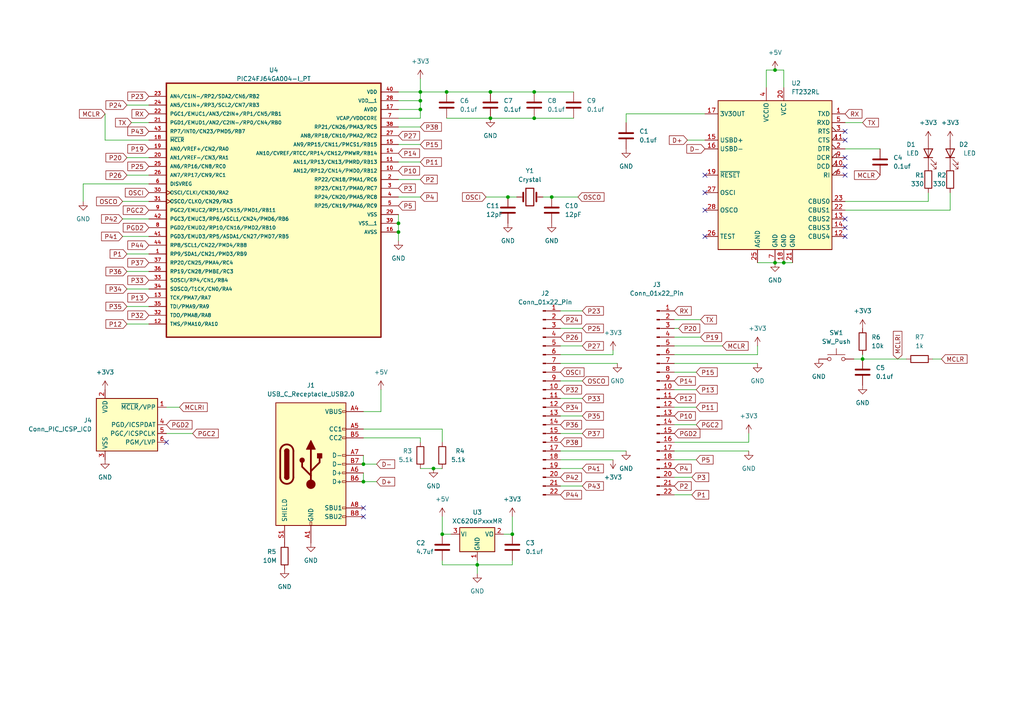
<source format=kicad_sch>
(kicad_sch (version 20230121) (generator eeschema)
  (paper "A4")
  (lib_symbols
    (symbol "Connector:Conn_01x22_Pin" (pin_names (offset 1.016) hide)
      (property "Reference" "J" (at 0 27.94 0))
      (property "Value" "Conn_01x22_Pin" (at 0 -30.48 0))
      (symbol "Conn_01x22_Pin_1_1"
        (polyline (pts (xy 1.27 -27.94) (xy 0.8636 -27.94)) (stroke (width 0.1524)))
        (polyline (pts (xy 1.27 -25.4) (xy 0.8636 -25.4)) (stroke (width 0.1524)))
        (polyline (pts (xy 1.27 -22.86) (xy 0.8636 -22.86)) (stroke (width 0.1524)))
        (polyline (pts (xy 1.27 -20.32) (xy 0.8636 -20.32)) (stroke (width 0.1524)))
        (polyline (pts (xy 1.27 -17.78) (xy 0.8636 -17.78)) (stroke (width 0.1524)))
        (polyline (pts (xy 1.27 -15.24) (xy 0.8636 -15.24)) (stroke (width 0.1524)))
        (polyline (pts (xy 1.27 -12.7) (xy 0.8636 -12.7)) (stroke (width 0.1524)))
        (polyline (pts (xy 1.27 -10.16) (xy 0.8636 -10.16)) (stroke (width 0.1524)))
        (polyline (pts (xy 1.27 -7.62) (xy 0.8636 -7.62)) (stroke (width 0.1524)))
        (polyline (pts (xy 1.27 -5.08) (xy 0.8636 -5.08)) (stroke (width 0.1524)))
        (polyline (pts (xy 1.27 -2.54) (xy 0.8636 -2.54)) (stroke (width 0.1524)))
        (polyline (pts (xy 1.27 0) (xy 0.8636 0)) (stroke (width 0.1524)))
        (polyline (pts (xy 1.27 2.54) (xy 0.8636 2.54)) (stroke (width 0.1524)))
        (polyline (pts (xy 1.27 5.08) (xy 0.8636 5.08)) (stroke (width 0.1524)))
        (polyline (pts (xy 1.27 7.62) (xy 0.8636 7.62)) (stroke (width 0.1524)))
        (polyline (pts (xy 1.27 10.16) (xy 0.8636 10.16)) (stroke (width 0.1524)))
        (polyline (pts (xy 1.27 12.7) (xy 0.8636 12.7)) (stroke (width 0.1524)))
        (polyline (pts (xy 1.27 15.24) (xy 0.8636 15.24)) (stroke (width 0.1524)))
        (polyline (pts (xy 1.27 17.78) (xy 0.8636 17.78)) (stroke (width 0.1524)))
        (polyline (pts (xy 1.27 20.32) (xy 0.8636 20.32)) (stroke (width 0.1524)))
        (polyline (pts (xy 1.27 22.86) (xy 0.8636 22.86)) (stroke (width 0.1524)))
        (polyline (pts (xy 1.27 25.4) (xy 0.8636 25.4)) (stroke (width 0.1524)))
        (rectangle (start 0.8636 -27.813) (end 0 -28.067) (stroke (width 0.1524)) (fill (type outline)))
        (rectangle (start 0.8636 -25.273) (end 0 -25.527) (stroke (width 0.1524)) (fill (type outline)))
        (rectangle (start 0.8636 -22.733) (end 0 -22.987) (stroke (width 0.1524)) (fill (type outline)))
        (rectangle (start 0.8636 -20.193) (end 0 -20.447) (stroke (width 0.1524)) (fill (type outline)))
        (rectangle (start 0.8636 -17.653) (end 0 -17.907) (stroke (width 0.1524)) (fill (type outline)))
        (rectangle (start 0.8636 -15.113) (end 0 -15.367) (stroke (width 0.1524)) (fill (type outline)))
        (rectangle (start 0.8636 -12.573) (end 0 -12.827) (stroke (width 0.1524)) (fill (type outline)))
        (rectangle (start 0.8636 -10.033) (end 0 -10.287) (stroke (width 0.1524)) (fill (type outline)))
        (rectangle (start 0.8636 -7.493) (end 0 -7.747) (stroke (width 0.1524)) (fill (type outline)))
        (rectangle (start 0.8636 -4.953) (end 0 -5.207) (stroke (width 0.1524)) (fill (type outline)))
        (rectangle (start 0.8636 -2.413) (end 0 -2.667) (stroke (width 0.1524)) (fill (type outline)))
        (rectangle (start 0.8636 0.127) (end 0 -0.127) (stroke (width 0.1524)) (fill (type outline)))
        (rectangle (start 0.8636 2.667) (end 0 2.413) (stroke (width 0.1524)) (fill (type outline)))
        (rectangle (start 0.8636 5.207) (end 0 4.953) (stroke (width 0.1524)) (fill (type outline)))
        (rectangle (start 0.8636 7.747) (end 0 7.493) (stroke (width 0.1524)) (fill (type outline)))
        (rectangle (start 0.8636 10.287) (end 0 10.033) (stroke (width 0.1524)) (fill (type outline)))
        (rectangle (start 0.8636 12.827) (end 0 12.573) (stroke (width 0.1524)) (fill (type outline)))
        (rectangle (start 0.8636 15.367) (end 0 15.113) (stroke (width 0.1524)) (fill (type outline)))
        (rectangle (start 0.8636 17.907) (end 0 17.653) (stroke (width 0.1524)) (fill (type outline)))
        (rectangle (start 0.8636 20.447) (end 0 20.193) (stroke (width 0.1524)) (fill (type outline)))
        (rectangle (start 0.8636 22.987) (end 0 22.733) (stroke (width 0.1524)) (fill (type outline)))
        (rectangle (start 0.8636 25.527) (end 0 25.273) (stroke (width 0.1524)) (fill (type outline)))
        (pin passive line (at 5.08 25.4 180) (length 3.81) (name "Pin_1") (number "1"))
        (pin passive line (at 5.08 2.54 180) (length 3.81) (name "Pin_10") (number "10"))
        (pin passive line (at 5.08 0 180) (length 3.81) (name "Pin_11") (number "11"))
        (pin passive line (at 5.08 -2.54 180) (length 3.81) (name "Pin_12") (number "12"))
        (pin passive line (at 5.08 -5.08 180) (length 3.81) (name "Pin_13") (number "13"))
        (pin passive line (at 5.08 -7.62 180) (length 3.81) (name "Pin_14") (number "14"))
        (pin passive line (at 5.08 -10.16 180) (length 3.81) (name "Pin_15") (number "15"))
        (pin passive line (at 5.08 -12.7 180) (length 3.81) (name "Pin_16") (number "16"))
        (pin passive line (at 5.08 -15.24 180) (length 3.81) (name "Pin_17") (number "17"))
        (pin passive line (at 5.08 -17.78 180) (length 3.81) (name "Pin_18") (number "18"))
        (pin passive line (at 5.08 -20.32 180) (length 3.81) (name "Pin_19") (number "19"))
        (pin passive line (at 5.08 22.86 180) (length 3.81) (name "Pin_2") (number "2"))
        (pin passive line (at 5.08 -22.86 180) (length 3.81) (name "Pin_20") (number "20"))
        (pin passive line (at 5.08 -25.4 180) (length 3.81) (name "Pin_21") (number "21"))
        (pin passive line (at 5.08 -27.94 180) (length 3.81) (name "Pin_22") (number "22"))
        (pin passive line (at 5.08 20.32 180) (length 3.81) (name "Pin_3") (number "3"))
        (pin passive line (at 5.08 17.78 180) (length 3.81) (name "Pin_4") (number "4"))
        (pin passive line (at 5.08 15.24 180) (length 3.81) (name "Pin_5") (number "5"))
        (pin passive line (at 5.08 12.7 180) (length 3.81) (name "Pin_6") (number "6"))
        (pin passive line (at 5.08 10.16 180) (length 3.81) (name "Pin_7") (number "7"))
        (pin passive line (at 5.08 7.62 180) (length 3.81) (name "Pin_8") (number "8"))
        (pin passive line (at 5.08 5.08 180) (length 3.81) (name "Pin_9") (number "9"))
      )
    )
    (symbol "Connector:Conn_PIC_ICSP_ICD"
      (property "Reference" "J" (at 6.35 8.89 0))
      (property "Value" "Conn_PIC_ICSP_ICD" (at -8.89 -1.27 90))
      (symbol "Conn_PIC_ICSP_ICD_0_1"
        (rectangle (start -7.62 7.62) (end 10.16 -7.62) (stroke (width 0.254)) (fill (type background)))
      )
      (symbol "Conn_PIC_ICSP_ICD_1_1"
        (pin passive line (at 12.7 5.08 180) (length 2.54) (name "~{MCLR}/VPP") (number "1"))
        (pin passive line (at -5.08 10.16 270) (length 2.54) (name "VDD") (number "2"))
        (pin power_in line (at -5.08 -10.16 90) (length 2.54) (name "VSS") (number "3"))
        (pin bidirectional line (at 12.7 0 180) (length 2.54) (name "PGD/ICSPDAT") (number "4"))
        (pin output line (at 12.7 -2.54 180) (length 2.54) (name "PGC/ICSPCLK") (number "5"))
        (pin output line (at 12.7 -5.08 180) (length 2.54) (name "PGM/LVP") (number "6"))
      )
    )
    (symbol "Connector:USB_C_Receptacle_USB2.0" (pin_names (offset 1.016))
      (property "Reference" "J" (at -10.16 19.05 0))
      (property "Value" "USB_C_Receptacle_USB2.0" (at 19.05 19.05 0))
      (symbol "USB_C_Receptacle_USB2.0_0_0"
        (rectangle (start -0.254 -17.78) (end 0.254 -16.764))
        (rectangle (start 10.16 -14.986) (end 9.144 -15.494))
        (rectangle (start 10.16 -12.446) (end 9.144 -12.954))
        (rectangle (start 10.16 -4.826) (end 9.144 -5.334))
        (rectangle (start 10.16 -2.286) (end 9.144 -2.794))
        (rectangle (start 10.16 0.254) (end 9.144 -0.254))
        (rectangle (start 10.16 2.794) (end 9.144 2.286))
        (rectangle (start 10.16 7.874) (end 9.144 7.366))
        (rectangle (start 10.16 10.414) (end 9.144 9.906))
        (rectangle (start 10.16 15.494) (end 9.144 14.986))
      )
      (symbol "USB_C_Receptacle_USB2.0_0_1"
        (rectangle (start -10.16 17.78) (end 10.16 -17.78) (stroke (width 0.254)) (fill (type background)))
        (arc (start -8.89 -3.81) (mid -6.985 -5.7067) (end -5.08 -3.81) (stroke (width 0.508)))
        (arc (start -7.62 -3.81) (mid -6.985 -4.4423) (end -6.35 -3.81) (stroke (width 0.254)))
        (arc (start -7.62 -3.81) (mid -6.985 -4.4423) (end -6.35 -3.81) (stroke (width 0.254)) (fill (type outline)))
        (rectangle (start -7.62 -3.81) (end -6.35 3.81) (stroke (width 0.254)) (fill (type outline)))
        (arc (start -6.35 3.81) (mid -6.985 4.4423) (end -7.62 3.81) (stroke (width 0.254)))
        (arc (start -6.35 3.81) (mid -6.985 4.4423) (end -7.62 3.81) (stroke (width 0.254)) (fill (type outline)))
        (arc (start -5.08 3.81) (mid -6.985 5.7067) (end -8.89 3.81) (stroke (width 0.508)))
        (circle (center -2.54 1.143) (radius 0.635) (stroke (width 0.254)) (fill (type outline)))
        (circle (center 0 -5.842) (radius 1.27) (fill (type outline)))
        (polyline (pts (xy -8.89 -3.81) (xy -8.89 3.81)) (stroke (width 0.508)))
        (polyline (pts (xy -5.08 3.81) (xy -5.08 -3.81)) (stroke (width 0.508)))
        (polyline (pts (xy 0 -5.842) (xy 0 4.318)) (stroke (width 0.508)))
        (polyline (pts (xy 0 -3.302) (xy -2.54 -0.762) (xy -2.54 0.508)) (stroke (width 0.508)))
        (polyline (pts (xy 0 -2.032) (xy 2.54 0.508) (xy 2.54 1.778)) (stroke (width 0.508)))
        (polyline (pts (xy -1.27 4.318) (xy 0 6.858) (xy 1.27 4.318) (xy -1.27 4.318)) (stroke (width 0.254)) (fill (type outline)))
        (rectangle (start 1.905 1.778) (end 3.175 3.048) (stroke (width 0.254)) (fill (type outline)))
      )
      (symbol "USB_C_Receptacle_USB2.0_1_1"
        (pin passive line (at 0 -22.86 90) (length 5.08) (name "GND") (number "A1"))
        (pin passive line (at 0 -22.86 90) (length 5.08) hide (name "GND") (number "A12"))
        (pin passive line (at 15.24 15.24 180) (length 5.08) (name "VBUS") (number "A4"))
        (pin bidirectional line (at 15.24 10.16 180) (length 5.08) (name "CC1") (number "A5"))
        (pin bidirectional line (at 15.24 -2.54 180) (length 5.08) (name "D+") (number "A6"))
        (pin bidirectional line (at 15.24 2.54 180) (length 5.08) (name "D-") (number "A7"))
        (pin bidirectional line (at 15.24 -12.7 180) (length 5.08) (name "SBU1") (number "A8"))
        (pin passive line (at 15.24 15.24 180) (length 5.08) hide (name "VBUS") (number "A9"))
        (pin passive line (at 0 -22.86 90) (length 5.08) hide (name "GND") (number "B1"))
        (pin passive line (at 0 -22.86 90) (length 5.08) hide (name "GND") (number "B12"))
        (pin passive line (at 15.24 15.24 180) (length 5.08) hide (name "VBUS") (number "B4"))
        (pin bidirectional line (at 15.24 7.62 180) (length 5.08) (name "CC2") (number "B5"))
        (pin bidirectional line (at 15.24 -5.08 180) (length 5.08) (name "D+") (number "B6"))
        (pin bidirectional line (at 15.24 0 180) (length 5.08) (name "D-") (number "B7"))
        (pin bidirectional line (at 15.24 -15.24 180) (length 5.08) (name "SBU2") (number "B8"))
        (pin passive line (at 15.24 15.24 180) (length 5.08) hide (name "VBUS") (number "B9"))
        (pin passive line (at -7.62 -22.86 90) (length 5.08) (name "SHIELD") (number "S1"))
      )
    )
    (symbol "Device:C" (pin_numbers hide) (pin_names (offset 0.254))
      (property "Reference" "C" (at 0.635 2.54 0))
      (property "Value" "C" (at 0.635 -2.54 0))
      (symbol "C_0_1"
        (polyline (pts (xy -2.032 -0.762) (xy 2.032 -0.762)) (stroke (width 0.508)))
        (polyline (pts (xy -2.032 0.762) (xy 2.032 0.762)) (stroke (width 0.508)))
      )
      (symbol "C_1_1"
        (pin passive line (at 0 3.81 270) (length 2.794) (name "~") (number "1"))
        (pin passive line (at 0 -3.81 90) (length 2.794) (name "~") (number "2"))
      )
    )
    (symbol "Device:Crystal" (pin_numbers hide) (pin_names (offset 1.016) hide)
      (property "Reference" "Y" (at 0 3.81 0))
      (property "Value" "Crystal" (at 0 -3.81 0))
      (symbol "Crystal_0_1"
        (rectangle (start -1.143 2.54) (end 1.143 -2.54) (stroke (width 0.3048)))
        (polyline (pts (xy -2.54 0) (xy -1.905 0)))
        (polyline (pts (xy -1.905 -1.27) (xy -1.905 1.27)) (stroke (width 0.508)))
        (polyline (pts (xy 1.905 -1.27) (xy 1.905 1.27)) (stroke (width 0.508)))
        (polyline (pts (xy 2.54 0) (xy 1.905 0)))
      )
      (symbol "Crystal_1_1"
        (pin passive line (at -3.81 0 0) (length 1.27) (name "1") (number "1"))
        (pin passive line (at 3.81 0 180) (length 1.27) (name "2") (number "2"))
      )
    )
    (symbol "Device:LED" (pin_numbers hide) (pin_names (offset 1.016) hide)
      (property "Reference" "D" (at 0 2.54 0))
      (property "Value" "LED" (at 0 -2.54 0))
      (symbol "LED_0_1"
        (polyline (pts (xy -1.27 -1.27) (xy -1.27 1.27)) (stroke (width 0.254)))
        (polyline (pts (xy -1.27 0) (xy 1.27 0)))
        (polyline (pts (xy 1.27 -1.27) (xy 1.27 1.27) (xy -1.27 0) (xy 1.27 -1.27)) (stroke (width 0.254)))
        (polyline (pts (xy -3.048 -0.762) (xy -4.572 -2.286) (xy -3.81 -2.286) (xy -4.572 -2.286) (xy -4.572 -1.524)))
        (polyline (pts (xy -1.778 -0.762) (xy -3.302 -2.286) (xy -2.54 -2.286) (xy -3.302 -2.286) (xy -3.302 -1.524)))
      )
      (symbol "LED_1_1"
        (pin passive line (at -3.81 0 0) (length 2.54) (name "K") (number "1"))
        (pin passive line (at 3.81 0 180) (length 2.54) (name "A") (number "2"))
      )
    )
    (symbol "Device:R" (pin_numbers hide) (pin_names (offset 0))
      (property "Reference" "R" (at 2.032 0 90))
      (property "Value" "R" (at 0 0 90))
      (symbol "R_0_1"
        (rectangle (start -1.016 -2.54) (end 1.016 2.54) (stroke (width 0.254)))
      )
      (symbol "R_1_1"
        (pin passive line (at 0 3.81 270) (length 1.27) (name "~") (number "1"))
        (pin passive line (at 0 -3.81 90) (length 1.27) (name "~") (number "2"))
      )
    )
    (symbol "Interface_USB:FT232RL"
      (property "Reference" "U" (at -16.51 22.86 0))
      (property "Value" "FT232RL" (at 10.16 22.86 0))
      (symbol "FT232RL_0_1"
        (rectangle (start -16.51 21.59) (end 16.51 -21.59) (stroke (width 0.254)) (fill (type background)))
      )
      (symbol "FT232RL_1_1"
        (pin output line (at 20.32 17.78 180) (length 3.81) (name "TXD") (number "1"))
        (pin input input_low (at 20.32 2.54 180) (length 3.81) (name "DCD") (number "10"))
        (pin input input_low (at 20.32 10.16 180) (length 3.81) (name "CTS") (number "11"))
        (pin bidirectional line (at 20.32 -17.78 180) (length 3.81) (name "CBUS4") (number "12"))
        (pin bidirectional line (at 20.32 -12.7 180) (length 3.81) (name "CBUS2") (number "13"))
        (pin bidirectional line (at 20.32 -15.24 180) (length 3.81) (name "CBUS3") (number "14"))
        (pin bidirectional line (at -20.32 10.16 0) (length 3.81) (name "USBD+") (number "15"))
        (pin bidirectional line (at -20.32 7.62 0) (length 3.81) (name "USBD-") (number "16"))
        (pin power_out line (at -20.32 17.78 0) (length 3.81) (name "3V3OUT") (number "17"))
        (pin power_in line (at 2.54 -25.4 90) (length 3.81) (name "GND") (number "18"))
        (pin input line (at -20.32 0 0) (length 3.81) (name "~{RESET}") (number "19"))
        (pin output output_low (at 20.32 7.62 180) (length 3.81) (name "DTR") (number "2"))
        (pin power_in line (at 2.54 25.4 270) (length 3.81) (name "VCC") (number "20"))
        (pin power_in line (at 5.08 -25.4 90) (length 3.81) (name "GND") (number "21"))
        (pin bidirectional line (at 20.32 -10.16 180) (length 3.81) (name "CBUS1") (number "22"))
        (pin bidirectional line (at 20.32 -7.62 180) (length 3.81) (name "CBUS0") (number "23"))
        (pin power_in line (at -5.08 -25.4 90) (length 3.81) (name "AGND") (number "25"))
        (pin input line (at -20.32 -17.78 0) (length 3.81) (name "TEST") (number "26"))
        (pin input line (at -20.32 -5.08 0) (length 3.81) (name "OSCI") (number "27"))
        (pin output line (at -20.32 -10.16 0) (length 3.81) (name "OSCO") (number "28"))
        (pin output output_low (at 20.32 12.7 180) (length 3.81) (name "RTS") (number "3"))
        (pin power_in line (at -2.54 25.4 270) (length 3.81) (name "VCCIO") (number "4"))
        (pin input line (at 20.32 15.24 180) (length 3.81) (name "RXD") (number "5"))
        (pin input input_low (at 20.32 0 180) (length 3.81) (name "RI") (number "6"))
        (pin power_in line (at 0 -25.4 90) (length 3.81) (name "GND") (number "7"))
        (pin input input_low (at 20.32 5.08 180) (length 3.81) (name "DCR") (number "9"))
      )
    )
    (symbol "PIC24FJ64GA004-I_PT_1" (pin_names (offset 1.016))
      (property "Reference" "U" (at -11.43 75.93 0))
      (property "Value" "PIC24FJ64GA004-I_PT" (at 8.89 -10.16 0))
      (symbol "PIC24FJ64GA004-I_PT_1_0_0"
        (rectangle (start -11.43 66.04) (end 50.8 -7.62) (stroke (width 0.41)) (fill (type background)))
        (pin bidirectional line (at -16.51 16.51 0) (length 5.08) (name "RP9/SDA1/CN21/PMD3/RB9") (number "1"))
        (pin bidirectional line (at 55.88 40.64 180) (length 5.08) (name "AN12/RP12/CN14/PMD0/RB12") (number "10"))
        (pin bidirectional line (at 55.88 43.18 180) (length 5.08) (name "AN11/RP13/CN13/PMRD/RB13") (number "11"))
        (pin bidirectional line (at -16.51 -3.81 0) (length 5.08) (name "TMS/PMA10/RA10") (number "12"))
        (pin bidirectional line (at -16.51 3.81 0) (length 5.08) (name "TCK/PMA7/RA7") (number "13"))
        (pin bidirectional line (at 55.88 45.72 180) (length 5.08) (name "AN10/CVREF/RTCC/RP14/CN12/PMWR/RB14") (number "14"))
        (pin bidirectional line (at 55.88 48.26 180) (length 5.08) (name "AN9/RP15/CN11/PMCS1/RB15") (number "15"))
        (pin power_in line (at 55.88 22.86 180) (length 5.08) (name "AVSS") (number "16"))
        (pin power_in line (at 55.88 58.42 180) (length 5.08) (name "AVDD") (number "17"))
        (pin bidirectional line (at -16.51 49.53 0) (length 5.08) (name "~{MCLR}") (number "18"))
        (pin bidirectional line (at -16.51 46.99 0) (length 5.08) (name "AN0/VREF+/CN2/RA0") (number "19"))
        (pin bidirectional line (at 55.88 38.1 180) (length 5.08) (name "RP22/CN18/PMA1/RC6") (number "2"))
        (pin bidirectional line (at -16.51 44.45 0) (length 5.08) (name "AN1/VREF-/CN3/RA1") (number "20"))
        (pin input line (at -16.51 54.61 0) (length 5.08) (name "PGD1/EMUD1/AN2/C2IN-/RP0/CN4/RB0") (number "21"))
        (pin input line (at -16.51 57.15 0) (length 5.08) (name "PGC1/EMUC1/AN3/C2IN+/RP1/CN5/RB1") (number "22"))
        (pin input line (at -16.51 62.23 0) (length 5.08) (name "AN4/C1IN-/RP2/SDA2/CN6/RB2") (number "23"))
        (pin input line (at -16.51 59.69 0) (length 5.08) (name "AN5/C1IN+/RP3/SCL2/CN7/RB3") (number "24"))
        (pin bidirectional line (at -16.51 41.91 0) (length 5.08) (name "AN6/RP16/CN8/RC0") (number "25"))
        (pin bidirectional line (at -16.51 39.37 0) (length 5.08) (name "AN7/RP17/CN9/RC1") (number "26"))
        (pin bidirectional line (at 55.88 50.8 180) (length 5.08) (name "AN8/RP18/CN10/PMA2/RC2") (number "27"))
        (pin power_in line (at 55.88 60.96 180) (length 5.08) (name "VDD__1") (number "28"))
        (pin power_in line (at 55.88 27.94 180) (length 5.08) (name "VSS") (number "29"))
        (pin bidirectional line (at 55.88 35.56 180) (length 5.08) (name "RP23/CN17/PMA0/RC7") (number "3"))
        (pin bidirectional clock (at -16.51 34.29 0) (length 5.08) (name "OSCI/CLKI/CN30/RA2") (number "30"))
        (pin bidirectional clock (at -16.51 31.75 0) (length 5.08) (name "OSCO/CLKO/CN29/RA3") (number "31"))
        (pin bidirectional line (at -16.51 -1.27 0) (length 5.08) (name "TDO/PMA8/RA8") (number "32"))
        (pin bidirectional line (at -16.51 8.89 0) (length 5.08) (name "SOSCI/RP4/CN1/RB4") (number "33"))
        (pin bidirectional line (at -16.51 6.35 0) (length 5.08) (name "SOSCO/T1CK/CN0/RA4") (number "34"))
        (pin bidirectional line (at -16.51 1.27 0) (length 5.08) (name "TDI/PMA9/RA9") (number "35"))
        (pin bidirectional line (at -16.51 11.43 0) (length 5.08) (name "RP19/CN28/PMBE/RC3") (number "36"))
        (pin bidirectional line (at -16.51 13.97 0) (length 5.08) (name "RP20/CN25/PMA4/RC4") (number "37"))
        (pin bidirectional line (at 55.88 53.34 180) (length 5.08) (name "RP21/CN26/PMA3/RC5") (number "38"))
        (pin power_in line (at 55.88 25.4 180) (length 5.08) (name "VSS__1") (number "39"))
        (pin bidirectional line (at 55.88 33.02 180) (length 5.08) (name "RP24/CN20/PMA5/RC8") (number "4"))
        (pin power_in line (at 55.88 63.5 180) (length 5.08) (name "VDD") (number "40"))
        (pin bidirectional line (at -16.51 21.59 0) (length 5.08) (name "PGD3/EMUD3/RP5/ASDA1/CN27/PMD7/RB5") (number "41"))
        (pin bidirectional line (at -16.51 26.67 0) (length 5.08) (name "PGC3/EMUC3/RP6/ASCL1/CN24/PMD6/RB6") (number "42"))
        (pin input line (at -16.51 52.07 0) (length 5.08) (name "RP7/INT0/CN23/PMD5/RB7") (number "43"))
        (pin bidirectional line (at -16.51 19.05 0) (length 5.08) (name "RP8/SCL1/CN22/PMD4/RB8") (number "44"))
        (pin bidirectional line (at 55.88 30.48 180) (length 5.08) (name "RP25/CN19/PMA6/RC9") (number "5"))
        (pin bidirectional line (at -16.51 36.83 0) (length 5.08) (name "DISVREG") (number "6"))
        (pin power_in line (at 55.88 55.88 180) (length 5.08) (name "VCAP/VDDCORE") (number "7"))
        (pin bidirectional line (at -16.51 24.13 0) (length 5.08) (name "PGD2/EMUD2/RP10/CN16/PMD2/RB10") (number "8"))
        (pin bidirectional line (at -16.51 29.21 0) (length 5.08) (name "PGC2/EMUC2/RP11/CN15/PMD1/RB11") (number "9"))
      )
    )
    (symbol "Regulator_Linear:XC6206PxxxMR" (pin_names (offset 0.254))
      (property "Reference" "U" (at -3.81 3.175 0))
      (property "Value" "XC6206PxxxMR" (at 0 3.175 0))
      (symbol "XC6206PxxxMR_0_1"
        (rectangle (start -5.08 1.905) (end 5.08 -5.08) (stroke (width 0.254)) (fill (type background)))
      )
      (symbol "XC6206PxxxMR_1_1"
        (pin power_in line (at 0 -7.62 90) (length 2.54) (name "GND") (number "1"))
        (pin power_out line (at 7.62 0 180) (length 2.54) (name "VO") (number "2"))
        (pin power_in line (at -7.62 0 0) (length 2.54) (name "VI") (number "3"))
      )
    )
    (symbol "Switch:SW_Push" (pin_numbers hide) (pin_names (offset 1.016) hide)
      (property "Reference" "SW" (at 1.27 2.54 0))
      (property "Value" "SW_Push" (at 0 -1.524 0))
      (symbol "SW_Push_0_1"
        (circle (center -2.032 0) (radius 0.508))
        (polyline (pts (xy 0 1.27) (xy 0 3.048)))
        (polyline (pts (xy 2.54 1.27) (xy -2.54 1.27)))
        (circle (center 2.032 0) (radius 0.508))
        (pin passive line (at -5.08 0 0) (length 2.54) (name "1") (number "1"))
        (pin passive line (at 5.08 0 180) (length 2.54) (name "2") (number "2"))
      )
    )
    (symbol "power:+3V3" (power) (pin_names (offset 0))
      (property "Value" "+3V3" (at 0 3.556 0))
      (symbol "+3V3_0_1"
        (polyline (pts (xy -0.762 1.27) (xy 0 2.54)))
        (polyline (pts (xy 0 0) (xy 0 2.54)))
        (polyline (pts (xy 0 2.54) (xy 0.762 1.27)))
      )
      (symbol "+3V3_1_1"
        (pin power_in line (at 0 0 90) (length 0) hide (name "+3V3") (number "1"))
      )
    )
    (symbol "power:+5V" (power) (pin_names (offset 0))
      (property "Value" "+5V" (at 0 3.556 0))
      (symbol "+5V_0_1"
        (polyline (pts (xy -0.762 1.27) (xy 0 2.54)))
        (polyline (pts (xy 0 0) (xy 0 2.54)))
        (polyline (pts (xy 0 2.54) (xy 0.762 1.27)))
      )
      (symbol "+5V_1_1"
        (pin power_in line (at 0 0 90) (length 0) hide (name "+5V") (number "1"))
      )
    )
    (symbol "power:GND" (power) (pin_names (offset 0))
      (property "Value" "GND" (at 0 -3.81 0))
      (symbol "GND_0_1"
        (polyline (pts (xy 0 0) (xy 0 -1.27) (xy 1.27 -1.27) (xy 0 -2.54) (xy -1.27 -1.27) (xy 0 -1.27)))
      )
      (symbol "GND_1_1"
        (pin power_in line (at 0 0 270) (length 0) hide (name "GND") (number "1"))
      )
    )
  )
  (junction (at 129.54 26.67))
  (junction (at 115.57 64.77))
  (junction (at 227.33 76.2))
  (junction (at 147.32 57.15))
  (junction (at 138.43 163.83))
  (junction (at 115.57 67.31))
  (junction (at 105.41 134.62))
  (junction (at 121.92 31.75))
  (junction (at 154.94 26.67))
  (junction (at 121.92 29.21))
  (junction (at 125.73 135.89))
  (junction (at 148.59 154.94))
  (junction (at 250.19 104.14))
  (junction (at 154.94 34.29))
  (junction (at 142.24 26.67))
  (junction (at 160.02 57.15))
  (junction (at 121.92 26.67))
  (junction (at 142.24 34.29))
  (junction (at 224.79 20.32))
  (junction (at 105.41 139.7))
  (junction (at 128.27 154.94))
  (junction (at 224.79 76.2))
  (no_connect (at 105.41 147.32))
  (no_connect (at 245.11 38.1))
  (no_connect (at 204.47 68.58))
  (no_connect (at 245.11 45.72))
  (no_connect (at 245.11 40.64))
  (no_connect (at 245.11 63.5))
  (no_connect (at 204.47 55.88))
  (no_connect (at 204.47 60.96))
  (no_connect (at 105.41 149.86))
  (no_connect (at 204.47 50.8))
  (no_connect (at 245.11 66.04))
  (no_connect (at 245.11 68.58))
  (no_connect (at 245.11 48.26))
  (no_connect (at 245.11 50.8))
  (no_connect (at 48.26 128.27))
  (wire (pts (xy 36.83 45.72) (xy 43.18 45.72)))
  (wire (pts (xy 250.19 102.87) (xy 250.19 104.14)))
  (wire (pts (xy 115.57 34.29) (xy 121.92 34.29)))
  (wire (pts (xy 162.56 120.65) (xy 168.91 120.65)))
  (wire (pts (xy 195.58 130.81) (xy 217.17 130.81)))
  (wire (pts (xy 105.41 139.7) (xy 109.22 139.7)))
  (wire (pts (xy 247.65 104.14) (xy 250.19 104.14)))
  (wire (pts (xy 36.83 83.82) (xy 43.18 83.82)))
  (wire (pts (xy 162.56 100.33) (xy 168.91 100.33)))
  (wire (pts (xy 273.05 104.14) (xy 270.51 104.14)))
  (wire (pts (xy 148.59 154.94) (xy 148.59 149.86)))
  (wire (pts (xy 43.18 40.64) (xy 30.48 40.64)))
  (wire (pts (xy 38.1 35.56) (xy 43.18 35.56)))
  (wire (pts (xy 128.27 162.56) (xy 128.27 163.83)))
  (wire (pts (xy 162.56 133.35) (xy 177.8 133.35)))
  (wire (pts (xy 121.92 127) (xy 121.92 128.27)))
  (wire (pts (xy 168.91 90.17) (xy 162.56 90.17)))
  (wire (pts (xy 269.24 58.42) (xy 269.24 55.88)))
  (wire (pts (xy 105.41 137.16) (xy 105.41 139.7)))
  (wire (pts (xy 162.56 130.81) (xy 181.61 130.81)))
  (wire (pts (xy 162.56 115.57) (xy 168.91 115.57)))
  (wire (pts (xy 195.58 102.87) (xy 219.71 102.87)))
  (wire (pts (xy 227.33 76.2) (xy 229.87 76.2)))
  (wire (pts (xy 115.57 57.15) (xy 121.92 57.15)))
  (wire (pts (xy 181.61 33.02) (xy 181.61 35.56)))
  (wire (pts (xy 36.83 73.66) (xy 43.18 73.66)))
  (wire (pts (xy 43.18 53.34) (xy 24.13 53.34)))
  (wire (pts (xy 195.58 138.43) (xy 200.66 138.43)))
  (wire (pts (xy 195.58 113.03) (xy 201.93 113.03)))
  (wire (pts (xy 148.59 162.56) (xy 148.59 163.83)))
  (wire (pts (xy 195.58 133.35) (xy 201.93 133.35)))
  (wire (pts (xy 36.83 30.48) (xy 43.18 30.48)))
  (wire (pts (xy 195.58 118.11) (xy 201.93 118.11)))
  (wire (pts (xy 35.56 58.42) (xy 43.18 58.42)))
  (wire (pts (xy 121.92 31.75) (xy 121.92 29.21)))
  (wire (pts (xy 195.58 95.25) (xy 196.85 95.25)))
  (wire (pts (xy 195.58 100.33) (xy 209.55 100.33)))
  (wire (pts (xy 222.25 25.4) (xy 222.25 20.32)))
  (wire (pts (xy 110.49 113.03) (xy 110.49 119.38)))
  (wire (pts (xy 125.73 135.89) (xy 128.27 135.89)))
  (wire (pts (xy 140.97 57.15) (xy 147.32 57.15)))
  (wire (pts (xy 148.59 154.94) (xy 146.05 154.94)))
  (wire (pts (xy 36.83 78.74) (xy 43.18 78.74)))
  (wire (pts (xy 115.57 62.23) (xy 115.57 64.77)))
  (wire (pts (xy 115.57 46.99) (xy 121.92 46.99)))
  (wire (pts (xy 121.92 26.67) (xy 129.54 26.67)))
  (wire (pts (xy 177.8 101.6) (xy 177.8 102.87)))
  (wire (pts (xy 199.39 40.64) (xy 204.47 40.64)))
  (wire (pts (xy 195.58 107.95) (xy 201.93 107.95)))
  (wire (pts (xy 250.19 104.14) (xy 262.89 104.14)))
  (wire (pts (xy 204.47 33.02) (xy 181.61 33.02)))
  (wire (pts (xy 121.92 26.67) (xy 121.92 22.86)))
  (wire (pts (xy 129.54 26.67) (xy 142.24 26.67)))
  (wire (pts (xy 195.58 92.71) (xy 203.2 92.71)))
  (wire (pts (xy 121.92 29.21) (xy 121.92 26.67)))
  (wire (pts (xy 227.33 20.32) (xy 224.79 20.32)))
  (wire (pts (xy 167.64 57.15) (xy 160.02 57.15)))
  (wire (pts (xy 35.56 68.58) (xy 43.18 68.58)))
  (wire (pts (xy 162.56 135.89) (xy 168.91 135.89)))
  (wire (pts (xy 162.56 102.87) (xy 177.8 102.87)))
  (wire (pts (xy 115.57 41.91) (xy 121.92 41.91)))
  (wire (pts (xy 162.56 125.73) (xy 168.91 125.73)))
  (wire (pts (xy 162.56 110.49) (xy 168.91 110.49)))
  (wire (pts (xy 162.56 105.41) (xy 179.07 105.41)))
  (wire (pts (xy 195.58 123.19) (xy 201.93 123.19)))
  (wire (pts (xy 245.11 35.56) (xy 250.19 35.56)))
  (wire (pts (xy 138.43 163.83) (xy 148.59 163.83)))
  (wire (pts (xy 130.81 154.94) (xy 128.27 154.94)))
  (wire (pts (xy 115.57 52.07) (xy 121.92 52.07)))
  (wire (pts (xy 105.41 132.08) (xy 105.41 134.62)))
  (wire (pts (xy 245.11 60.96) (xy 275.59 60.96)))
  (wire (pts (xy 128.27 163.83) (xy 138.43 163.83)))
  (wire (pts (xy 115.57 64.77) (xy 115.57 67.31)))
  (wire (pts (xy 195.58 105.41) (xy 219.71 105.41)))
  (wire (pts (xy 138.43 166.37) (xy 138.43 163.83)))
  (wire (pts (xy 30.48 33.02) (xy 30.48 40.64)))
  (wire (pts (xy 129.54 34.29) (xy 142.24 34.29)))
  (wire (pts (xy 219.71 100.33) (xy 219.71 102.87)))
  (wire (pts (xy 195.58 128.27) (xy 217.17 128.27)))
  (wire (pts (xy 142.24 26.67) (xy 154.94 26.67)))
  (wire (pts (xy 36.83 93.98) (xy 43.18 93.98)))
  (wire (pts (xy 195.58 143.51) (xy 200.66 143.51)))
  (wire (pts (xy 35.56 63.5) (xy 43.18 63.5)))
  (wire (pts (xy 105.41 127) (xy 121.92 127)))
  (wire (pts (xy 227.33 20.32) (xy 227.33 25.4)))
  (wire (pts (xy 121.92 34.29) (xy 121.92 31.75)))
  (wire (pts (xy 115.57 29.21) (xy 121.92 29.21)))
  (wire (pts (xy 157.48 57.15) (xy 160.02 57.15)))
  (wire (pts (xy 219.71 76.2) (xy 224.79 76.2)))
  (wire (pts (xy 154.94 34.29) (xy 166.37 34.29)))
  (wire (pts (xy 224.79 76.2) (xy 227.33 76.2)))
  (wire (pts (xy 105.41 124.46) (xy 128.27 124.46)))
  (wire (pts (xy 36.83 88.9) (xy 43.18 88.9)))
  (wire (pts (xy 154.94 26.67) (xy 166.37 26.67)))
  (wire (pts (xy 115.57 26.67) (xy 121.92 26.67)))
  (wire (pts (xy 115.57 67.31) (xy 115.57 69.85)))
  (wire (pts (xy 128.27 124.46) (xy 128.27 128.27)))
  (wire (pts (xy 245.11 58.42) (xy 269.24 58.42)))
  (wire (pts (xy 147.32 57.15) (xy 149.86 57.15)))
  (wire (pts (xy 105.41 134.62) (xy 109.22 134.62)))
  (wire (pts (xy 128.27 149.86) (xy 128.27 154.94)))
  (wire (pts (xy 138.43 163.83) (xy 138.43 162.56)))
  (wire (pts (xy 36.83 50.8) (xy 43.18 50.8)))
  (wire (pts (xy 115.57 31.75) (xy 121.92 31.75)))
  (wire (pts (xy 222.25 20.32) (xy 224.79 20.32)))
  (wire (pts (xy 195.58 97.79) (xy 203.2 97.79)))
  (wire (pts (xy 275.59 60.96) (xy 275.59 55.88)))
  (wire (pts (xy 245.11 43.18) (xy 255.27 43.18)))
  (wire (pts (xy 24.13 53.34) (xy 24.13 58.42)))
  (wire (pts (xy 52.07 118.11) (xy 48.26 118.11)))
  (wire (pts (xy 217.17 125.73) (xy 217.17 128.27)))
  (wire (pts (xy 142.24 34.29) (xy 154.94 34.29)))
  (wire (pts (xy 48.26 125.73) (xy 55.88 125.73)))
  (wire (pts (xy 162.56 140.97) (xy 168.91 140.97)))
  (wire (pts (xy 105.41 119.38) (xy 110.49 119.38)))
  (wire (pts (xy 115.57 36.83) (xy 121.92 36.83)))
  (wire (pts (xy 121.92 135.89) (xy 125.73 135.89)))
  (wire (pts (xy 162.56 95.25) (xy 168.91 95.25)))
  (global_label "P35" (shape input) (at 36.83 88.9 180) (property "Intersheetrefs" "${INTERSHEET_REFS}" (effects hide)))
  (global_label "P44" (shape input) (at 162.56 143.51 0) (property "Intersheetrefs" "${INTERSHEET_REFS}" (effects hide)))
  (global_label "P36" (shape input) (at 36.83 78.74 180) (property "Intersheetrefs" "${INTERSHEET_REFS}" (effects hide)))
  (global_label "P4" (shape input) (at 195.58 135.89 0) (property "Intersheetrefs" "${INTERSHEET_REFS}" (effects hide)))
  (global_label "P19" (shape input) (at 43.18 43.18 180) (property "Intersheetrefs" "${INTERSHEET_REFS}" (effects hide)))
  (global_label "P2" (shape input) (at 195.58 140.97 0) (property "Intersheetrefs" "${INTERSHEET_REFS}" (effects hide)))
  (global_label "P26" (shape input) (at 162.56 97.79 0) (property "Intersheetrefs" "${INTERSHEET_REFS}" (effects hide)))
  (global_label "P38" (shape input) (at 162.56 128.27 0) (property "Intersheetrefs" "${INTERSHEET_REFS}" (effects hide)))
  (global_label "D-" (shape input) (at 204.47 43.18 180) (property "Intersheetrefs" "${INTERSHEET_REFS}" (effects hide)))
  (global_label "P11" (shape input) (at 201.93 118.11 0) (property "Intersheetrefs" "${INTERSHEET_REFS}" (effects hide)))
  (global_label "P36" (shape input) (at 162.56 123.19 0) (property "Intersheetrefs" "${INTERSHEET_REFS}" (effects hide)))
  (global_label "P27" (shape input) (at 168.91 100.33 0) (property "Intersheetrefs" "${INTERSHEET_REFS}" (effects hide)))
  (global_label "P24" (shape input) (at 162.56 92.71 0) (property "Intersheetrefs" "${INTERSHEET_REFS}" (effects hide)))
  (global_label "OSCO" (shape input) (at 35.56 58.42 180) (property "Intersheetrefs" "${INTERSHEET_REFS}" (effects hide)))
  (global_label "OSCI" (shape input) (at 43.18 55.88 180) (property "Intersheetrefs" "${INTERSHEET_REFS}" (effects hide)))
  (global_label "MCLR" (shape input) (at 30.48 33.02 180) (property "Intersheetrefs" "${INTERSHEET_REFS}" (effects hide)))
  (global_label "P14" (shape input) (at 195.58 110.49 0) (property "Intersheetrefs" "${INTERSHEET_REFS}" (effects hide)))
  (global_label "RX" (shape input) (at 245.11 33.02 0) (property "Intersheetrefs" "${INTERSHEET_REFS}" (effects hide)))
  (global_label "PGC2" (shape input) (at 55.88 125.73 0) (property "Intersheetrefs" "${INTERSHEET_REFS}" (effects hide)))
  (global_label "P27" (shape input) (at 115.57 39.37 0) (property "Intersheetrefs" "${INTERSHEET_REFS}" (effects hide)))
  (global_label "D-" (shape input) (at 109.22 134.62 0) (property "Intersheetrefs" "${INTERSHEET_REFS}" (effects hide)))
  (global_label "P10" (shape input) (at 195.58 120.65 0) (property "Intersheetrefs" "${INTERSHEET_REFS}" (effects hide)))
  (global_label "P10" (shape input) (at 115.57 49.53 0) (property "Intersheetrefs" "${INTERSHEET_REFS}" (effects hide)))
  (global_label "MCLR" (shape input) (at 255.27 50.8 180) (property "Intersheetrefs" "${INTERSHEET_REFS}" (effects hide)))
  (global_label "P11" (shape input) (at 121.92 46.99 0) (property "Intersheetrefs" "${INTERSHEET_REFS}" (effects hide)))
  (global_label "D+" (shape input) (at 109.22 139.7 0) (property "Intersheetrefs" "${INTERSHEET_REFS}" (effects hide)))
  (global_label "PGD2" (shape input) (at 195.58 125.73 0) (property "Intersheetrefs" "${INTERSHEET_REFS}" (effects hide)))
  (global_label "MCLR" (shape input) (at 209.55 100.33 0) (property "Intersheetrefs" "${INTERSHEET_REFS}" (effects hide)))
  (global_label "RX" (shape input) (at 195.58 90.17 0) (property "Intersheetrefs" "${INTERSHEET_REFS}" (effects hide)))
  (global_label "P34" (shape input) (at 162.56 118.11 0) (property "Intersheetrefs" "${INTERSHEET_REFS}" (effects hide)))
  (global_label "P34" (shape input) (at 36.83 83.82 180) (property "Intersheetrefs" "${INTERSHEET_REFS}" (effects hide)))
  (global_label "P3" (shape input) (at 115.57 54.61 0) (property "Intersheetrefs" "${INTERSHEET_REFS}" (effects hide)))
  (global_label "P12" (shape input) (at 195.58 115.57 0) (property "Intersheetrefs" "${INTERSHEET_REFS}" (effects hide)))
  (global_label "OSCO" (shape input) (at 167.64 57.15 0) (property "Intersheetrefs" "${INTERSHEET_REFS}" (effects hide)))
  (global_label "P23" (shape input) (at 168.91 90.17 0) (property "Intersheetrefs" "${INTERSHEET_REFS}" (effects hide)))
  (global_label "PGC2" (shape input) (at 43.18 60.96 180) (property "Intersheetrefs" "${INTERSHEET_REFS}" (effects hide)))
  (global_label "TX" (shape input) (at 203.2 92.71 0) (property "Intersheetrefs" "${INTERSHEET_REFS}" (effects hide)))
  (global_label "P20" (shape input) (at 196.85 95.25 0) (property "Intersheetrefs" "${INTERSHEET_REFS}" (effects hide)))
  (global_label "P37" (shape input) (at 43.18 76.2 180) (property "Intersheetrefs" "${INTERSHEET_REFS}" (effects hide)))
  (global_label "P12" (shape input) (at 36.83 93.98 180) (property "Intersheetrefs" "${INTERSHEET_REFS}" (effects hide)))
  (global_label "P42" (shape input) (at 162.56 138.43 0) (property "Intersheetrefs" "${INTERSHEET_REFS}" (effects hide)))
  (global_label "P43" (shape input) (at 43.18 38.1 180) (property "Intersheetrefs" "${INTERSHEET_REFS}" (effects hide)))
  (global_label "P23" (shape input) (at 43.18 27.94 180) (property "Intersheetrefs" "${INTERSHEET_REFS}" (effects hide)))
  (global_label "TX" (shape input) (at 250.19 35.56 0) (property "Intersheetrefs" "${INTERSHEET_REFS}" (effects hide)))
  (global_label "P32" (shape input) (at 43.18 91.44 180) (property "Intersheetrefs" "${INTERSHEET_REFS}" (effects hide)))
  (global_label "P33" (shape input) (at 168.91 115.57 0) (property "Intersheetrefs" "${INTERSHEET_REFS}" (effects hide)))
  (global_label "P41" (shape input) (at 35.56 68.58 180) (property "Intersheetrefs" "${INTERSHEET_REFS}" (effects hide)))
  (global_label "P5" (shape input) (at 201.93 133.35 0) (property "Intersheetrefs" "${INTERSHEET_REFS}" (effects hide)))
  (global_label "P25" (shape input) (at 43.18 48.26 180) (property "Intersheetrefs" "${INTERSHEET_REFS}" (effects hide)))
  (global_label "OSCI" (shape input) (at 162.56 107.95 0) (property "Intersheetrefs" "${INTERSHEET_REFS}" (effects hide)))
  (global_label "MCLRI" (shape input) (at 260.35 104.14 90) (property "Intersheetrefs" "${INTERSHEET_REFS}" (effects hide)))
  (global_label "P25" (shape input) (at 168.91 95.25 0) (property "Intersheetrefs" "${INTERSHEET_REFS}" (effects hide)))
  (global_label "P20" (shape input) (at 36.83 45.72 180) (property "Intersheetrefs" "${INTERSHEET_REFS}" (effects hide)))
  (global_label "P33" (shape input) (at 43.18 81.28 180) (property "Intersheetrefs" "${INTERSHEET_REFS}" (effects hide)))
  (global_label "P37" (shape input) (at 168.91 125.73 0) (property "Intersheetrefs" "${INTERSHEET_REFS}" (effects hide)))
  (global_label "P44" (shape input) (at 43.18 71.12 180) (property "Intersheetrefs" "${INTERSHEET_REFS}" (effects hide)))
  (global_label "P24" (shape input) (at 36.83 30.48 180) (property "Intersheetrefs" "${INTERSHEET_REFS}" (effects hide)))
  (global_label "OSCO" (shape input) (at 168.91 110.49 0) (property "Intersheetrefs" "${INTERSHEET_REFS}" (effects hide)))
  (global_label "P41" (shape input) (at 168.91 135.89 0) (property "Intersheetrefs" "${INTERSHEET_REFS}" (effects hide)))
  (global_label "P15" (shape input) (at 201.93 107.95 0) (property "Intersheetrefs" "${INTERSHEET_REFS}" (effects hide)))
  (global_label "P3" (shape input) (at 200.66 138.43 0) (property "Intersheetrefs" "${INTERSHEET_REFS}" (effects hide)))
  (global_label "P5" (shape input) (at 115.57 59.69 0) (property "Intersheetrefs" "${INTERSHEET_REFS}" (effects hide)))
  (global_label "P35" (shape input) (at 168.91 120.65 0) (property "Intersheetrefs" "${INTERSHEET_REFS}" (effects hide)))
  (global_label "P13" (shape input) (at 201.93 113.03 0) (property "Intersheetrefs" "${INTERSHEET_REFS}" (effects hide)))
  (global_label "P2" (shape input) (at 121.92 52.07 0) (property "Intersheetrefs" "${INTERSHEET_REFS}" (effects hide)))
  (global_label "MCLRI" (shape input) (at 52.07 118.11 0) (property "Intersheetrefs" "${INTERSHEET_REFS}" (effects hide)))
  (global_label "P15" (shape input) (at 121.92 41.91 0) (property "Intersheetrefs" "${INTERSHEET_REFS}" (effects hide)))
  (global_label "OSCI" (shape input) (at 140.97 57.15 180) (property "Intersheetrefs" "${INTERSHEET_REFS}" (effects hide)))
  (global_label "P13" (shape input) (at 43.18 86.36 180) (property "Intersheetrefs" "${INTERSHEET_REFS}" (effects hide)))
  (global_label "D+" (shape input) (at 199.39 40.64 180) (property "Intersheetrefs" "${INTERSHEET_REFS}" (effects hide)))
  (global_label "P26" (shape input) (at 36.83 50.8 180) (property "Intersheetrefs" "${INTERSHEET_REFS}" (effects hide)))
  (global_label "P19" (shape input) (at 203.2 97.79 0) (property "Intersheetrefs" "${INTERSHEET_REFS}" (effects hide)))
  (global_label "RX" (shape input) (at 43.18 33.02 180) (property "Intersheetrefs" "${INTERSHEET_REFS}" (effects hide)))
  (global_label "P1" (shape input) (at 36.83 73.66 180) (property "Intersheetrefs" "${INTERSHEET_REFS}" (effects hide)))
  (global_label "P43" (shape input) (at 168.91 140.97 0) (property "Intersheetrefs" "${INTERSHEET_REFS}" (effects hide)))
  (global_label "P4" (shape input) (at 121.92 57.15 0) (property "Intersheetrefs" "${INTERSHEET_REFS}" (effects hide)))
  (global_label "P1" (shape input) (at 200.66 143.51 0) (property "Intersheetrefs" "${INTERSHEET_REFS}" (effects hide)))
  (global_label "TX" (shape input) (at 38.1 35.56 180) (property "Intersheetrefs" "${INTERSHEET_REFS}" (effects hide)))
  (global_label "P38" (shape input) (at 121.92 36.83 0) (property "Intersheetrefs" "${INTERSHEET_REFS}" (effects hide)))
  (global_label "MCLR" (shape input) (at 273.05 104.14 0) (property "Intersheetrefs" "${INTERSHEET_REFS}" (effects hide)))
  (global_label "P14" (shape input) (at 115.57 44.45 0) (property "Intersheetrefs" "${INTERSHEET_REFS}" (effects hide)))
  (global_label "PGD2" (shape input) (at 43.18 66.04 180) (property "Intersheetrefs" "${INTERSHEET_REFS}" (effects hide)))
  (global_label "PGD2" (shape input) (at 48.26 123.19 0) (property "Intersheetrefs" "${INTERSHEET_REFS}" (effects hide)))
  (global_label "P32" (shape input) (at 162.56 113.03 0) (property "Intersheetrefs" "${INTERSHEET_REFS}" (effects hide)))
  (global_label "PGC2" (shape input) (at 201.93 123.19 0) (property "Intersheetrefs" "${INTERSHEET_REFS}" (effects hide)))
  (global_label "P42" (shape input) (at 35.56 63.5 180) (property "Intersheetrefs" "${INTERSHEET_REFS}" (effects hide)))
  (symbol (lib_id "power:GND") (at 237.49 104.14 0) (unit 1)
    (property "Reference" "#PWR016" (effects hide))
    (property "Value" "GND" (at 237.49 109.22 0))
  )
  (symbol (lib_id "power:GND") (at 24.13 58.42 0) (unit 1)
    (property "Reference" "#PWR014" (effects hide))
    (property "Value" "GND" (at 24.13 63.5 0))
  )
  (symbol (lib_id "Device:C") (at 154.94 30.48 0) (unit 1)
    (property "Reference" "C8" (at 158.75 29.21 0) (effects (justify left)))
    (property "Value" "0.1uf" (at 158.75 31.75 0) (effects (justify left)))
    (property "Footprint" "Capacitor_SMD:C_0603_1608Metric" (effects hide))
  )
  (symbol (lib_id "power:GND") (at 82.55 165.1 0) (unit 1)
    (property "Reference" "#PWR08" (effects hide))
    (property "Value" "GND" (at 82.55 170.18 0))
  )
  (symbol (lib_id "power:GND") (at 138.43 166.37 0) (unit 1)
    (property "Reference" "#PWR011" (effects hide))
    (property "Value" "GND" (at 138.43 171.45 0))
  )
  (symbol (lib_id "power:GND") (at 219.71 105.41 0) (unit 1)
    (property "Reference" "#PWR029" (effects hide))
    (property "Value" "GND" (at 219.71 110.49 0))
  )
  (symbol (lib_id "power:+3V3") (at 121.92 22.86 0) (unit 1)
    (property "Reference" "#PWR012" (effects hide))
    (property "Value" "+3V3" (at 121.92 17.78 0))
  )
  (symbol (lib_id "Device:C") (at 250.19 107.95 0) (unit 1)
    (property "Reference" "C5" (at 254 106.68 0) (effects (justify left)))
    (property "Value" "0.1uf" (at 254 109.22 0) (effects (justify left)))
    (property "Footprint" "Capacitor_SMD:C_0603_1608Metric" (effects hide))
  )
  (symbol (lib_id "Connector:Conn_PIC_ICSP_ICD") (at 35.56 123.19 0) (unit 1)
    (property "Reference" "J4" (at 26.67 121.92 0) (effects (justify right)))
    (property "Value" "Conn_PIC_ICSP_ICD" (at 26.67 124.46 0) (effects (justify right)))
    (property "Footprint" "Connector_PinHeader_2.54mm:PinHeader_1x05_P2.54mm_Vertical_SMD_Pin1Left" (effects hide))
    (property "Datasheet" "http://ww1.microchip.com/downloads/en/devicedoc/30277d.pdf" (effects hide))
  )
  (symbol (lib_id "power:GND") (at 115.57 69.85 0) (unit 1)
    (property "Reference" "#PWR013" (effects hide))
    (property "Value" "GND" (at 115.57 74.93 0))
  )
  (symbol (lib_id "power:+5V") (at 128.27 149.86 0) (unit 1)
    (property "Reference" "#PWR09" (effects hide))
    (property "Value" "+5V" (at 128.27 144.78 0))
  )
  (symbol (lib_id "power:+3V3") (at 219.71 100.33 0) (unit 1)
    (property "Reference" "#PWR028" (effects hide))
    (property "Value" "+3V3" (at 219.71 95.25 0))
  )
  (symbol (lib_id "power:+5V") (at 110.49 113.03 0) (unit 1)
    (property "Reference" "#PWR015" (effects hide))
    (property "Value" "+5V" (at 110.49 107.95 0))
  )
  (symbol (lib_id "Regulator_Linear:XC6206PxxxMR") (at 138.43 154.94 0) (unit 1)
    (property "Reference" "U3" (at 138.43 148.59 0))
    (property "Value" "XC6206PxxxMR" (at 138.43 151.13 0))
    (property "Footprint" "Package_TO_SOT_SMD:SOT-23-3" (effects hide))
    (property "Datasheet" "https://datasheet.lcsc.com/lcsc/2303151430_HXY-MOSFET-XC6206P332MR_C5148692.pdf" (effects hide))
    (property "LCSC Link" "https://www.lcsc.com/product-detail/Linear-Voltage-Regulators-LDO_HXY-MOSFET-XC6206P332MR_C5148692.html" (effects hide))
  )
  (symbol (lib_name "PIC24FJ64GA004-I_PT_1") (lib_id "PIC24FJ64GA004-I_PT:PIC24FJ64GA004-I_PT") (at 59.69 90.17 0) (unit 1)
    (property "Reference" "U4" (at 79.375 20.32 0))
    (property "Value" "PIC24FJ64GA004-I_PT" (at 79.375 22.86 0))
    (property "Footprint" "Package_QFP:LQFP-44_10x10mm_P0.8mm" (effects hide))
    (property "Datasheet" "https://ww1.microchip.com/downloads/en/DeviceDoc/39881e.pdf" (effects hide))
  )
  (symbol (lib_id "power:+3V3") (at 275.59 40.64 0) (unit 1)
    (property "Reference" "#PWR02" (effects hide))
    (property "Value" "+3V3" (at 275.59 35.56 0))
  )
  (symbol (lib_id "power:GND") (at 160.02 64.77 0) (unit 1)
    (property "Reference" "#PWR023" (effects hide))
    (property "Value" "GND" (at 160.02 69.85 0))
  )
  (symbol (lib_id "Device:C") (at 160.02 60.96 0) (unit 1)
    (property "Reference" "C10" (at 163.83 59.69 0) (effects (justify left)))
    (property "Value" "12pF" (at 163.83 62.23 0) (effects (justify left)))
    (property "Footprint" "Capacitor_SMD:C_0603_1608Metric" (effects hide))
  )
  (symbol (lib_id "Device:LED") (at 275.59 44.45 90) (unit 1)
    (property "Reference" "D2" (at 278.13 41.91 90) (effects (justify right)))
    (property "Value" "LED" (at 279.4 44.45 90) (effects (justify right)))
    (property "Footprint" "LED_SMD:LED_0603_1608Metric" (effects hide))
    (property "Datasheet" "https://datasheet.lcsc.com/lcsc/2308091127_TUOZHAN-F-0603-00139-P2-0603R1TS2-06T-002_C7496820.pdf" (effects hide))
    (property "LCSC Link" "https://www.lcsc.com/product-detail/Light-Emitting-Diodes-span-style-background-color-ff0-LED-span_TUOZHAN-F-0603-00139-P2-0603R1TS2-06T-002_C7496820.html" (effects hide))
  )
  (symbol (lib_id "Device:C") (at 147.32 60.96 0) (unit 1)
    (property "Reference" "C11" (at 140.97 59.69 0) (effects (justify left)))
    (property "Value" "12pF" (at 140.97 62.23 0) (effects (justify left)))
    (property "Footprint" "Capacitor_SMD:C_0603_1608Metric" (effects hide))
  )
  (symbol (lib_id "power:GND") (at 90.17 157.48 0) (unit 1)
    (property "Reference" "#PWR07" (effects hide))
    (property "Value" "GND" (at 90.17 162.56 0))
  )
  (symbol (lib_id "Device:C") (at 166.37 30.48 0) (unit 1)
    (property "Reference" "C9" (at 170.18 29.21 0) (effects (justify left)))
    (property "Value" "0.1uf" (at 170.18 31.75 0) (effects (justify left)))
    (property "Footprint" "Capacitor_SMD:C_0603_1608Metric" (effects hide))
  )
  (symbol (lib_id "power:GND") (at 179.07 105.41 0) (unit 1)
    (property "Reference" "#PWR025" (effects hide))
    (property "Value" "GND" (at 179.07 110.49 0))
  )
  (symbol (lib_id "Device:R") (at 128.27 132.08 0) (unit 1)
    (property "Reference" "R4" (at 132.08 130.81 0) (effects (justify left)))
    (property "Value" "5.1k" (at 130.81 133.35 0) (effects (justify left)))
    (property "Footprint" "Resistor_SMD:R_0603_1608Metric" (effects hide))
  )
  (symbol (lib_id "power:+5V") (at 224.79 20.32 0) (unit 1)
    (property "Reference" "#PWR05" (effects hide))
    (property "Value" "+5V" (at 224.79 15.24 0))
  )
  (symbol (lib_id "Device:R") (at 82.55 161.29 0) (unit 1)
    (property "Reference" "R5" (at 77.47 160.02 0) (effects (justify left)))
    (property "Value" "10M" (at 76.2 162.56 0) (effects (justify left)))
    (property "Footprint" "Resistor_SMD:R_0603_1608Metric" (effects hide))
  )
  (symbol (lib_id "Device:Crystal") (at 153.67 57.15 0) (unit 1)
    (property "Reference" "Y1" (at 153.67 49.53 0))
    (property "Value" "Crystal" (at 153.67 52.07 0))
    (property "Footprint" "Crystal:Crystal_SMD_3225-4Pin_3.2x2.5mm" (effects hide))
    (property "Datasheet" "https://datasheet.lcsc.com/lcsc/2203101903_JWT-CF4016M00009T8188036_C2933038.pdf" (effects hide))
    (property "LCSC Link" "https://www.lcsc.com/product-detail/Oscillators_Yajingxin-F322516MUBCE2O_C5917307.html" (effects hide))
  )
  (symbol (lib_id "Device:C") (at 255.27 46.99 0) (unit 1)
    (property "Reference" "C4" (at 259.08 45.72 0) (effects (justify left)))
    (property "Value" "0.1uf" (at 259.08 48.26 0) (effects (justify left)))
    (property "Footprint" "Capacitor_SMD:C_0603_1608Metric" (effects hide))
  )
  (symbol (lib_id "power:+3V3") (at 177.8 133.35 180) (unit 1)
    (property "Reference" "#PWR027" (effects hide))
    (property "Value" "+3V3" (at 177.8 138.43 0))
  )
  (symbol (lib_id "power:GND") (at 250.19 111.76 0) (unit 1)
    (property "Reference" "#PWR019" (effects hide))
    (property "Value" "GND" (at 250.19 116.84 0))
  )
  (symbol (lib_id "Device:C") (at 142.24 30.48 0) (unit 1)
    (property "Reference" "C7" (at 146.05 29.21 0) (effects (justify left)))
    (property "Value" "0.1uf" (at 146.05 31.75 0) (effects (justify left)))
    (property "Footprint" "Capacitor_SMD:C_0603_1608Metric" (effects hide))
  )
  (symbol (lib_id "power:GND") (at 142.24 34.29 0) (unit 1)
    (property "Reference" "#PWR018" (effects hide))
    (property "Value" "GND" (at 142.24 39.37 0))
  )
  (symbol (lib_id "Interface_USB:FT232RL") (at 224.79 50.8 0) (unit 1)
    (property "Reference" "U2" (at 229.5241 24.13 0) (effects (justify left)))
    (property "Value" "FT232RL" (at 229.5241 26.67 0) (effects (justify left)))
    (property "Footprint" "Package_SO:SSOP-28_5.3x10.2mm_P0.65mm" (effects hide))
    (property "Datasheet" "https://www.ftdichip.com/Support/Documents/DataSheets/ICs/DS_FT232R.pdf" (effects hide))
    (property "LCSC Link" "https://www.lcsc.com/product-detail/USB-ICs_FTDI-FT232RNL-REEL_C5246810.html" (effects hide))
  )
  (symbol (lib_id "Device:C") (at 128.27 158.75 0) (unit 1)
    (property "Reference" "C2" (at 120.65 157.48 0) (effects (justify left)))
    (property "Value" "4.7uf" (at 120.65 160.02 0) (effects (justify left)))
    (property "Footprint" "Capacitor_SMD:C_0603_1608Metric" (effects hide))
  )
  (symbol (lib_id "power:+3V3") (at 269.24 40.64 0) (unit 1)
    (property "Reference" "#PWR01" (effects hide))
    (property "Value" "+3V3" (at 269.24 35.56 0))
  )
  (symbol (lib_id "power:+3V3") (at 217.17 125.73 0) (unit 1)
    (property "Reference" "#PWR030" (effects hide))
    (property "Value" "+3V3" (at 217.17 120.65 0))
  )
  (symbol (lib_id "Connector:Conn_01x22_Pin") (at 157.48 115.57 0) (unit 1)
    (property "Reference" "J2" (at 158.115 85.09 0))
    (property "Value" "Conn_01x22_Pin" (at 158.115 87.63 0))
    (property "Footprint" "Connector_PinHeader_2.54mm:PinHeader_1x22_P2.54mm_Vertical" (effects hide))
  )
  (symbol (lib_id "power:GND") (at 30.48 133.35 0) (unit 1)
    (property "Reference" "#PWR021" (effects hide))
    (property "Value" "GND" (at 30.48 138.43 0))
  )
  (symbol (lib_id "Connector:Conn_01x22_Pin") (at 190.5 115.57 0) (unit 1)
    (property "Reference" "J3" (at 190.5 82.55 0))
    (property "Value" "Conn_01x22_Pin" (at 190.5 85.09 0))
    (property "Footprint" "Connector_PinHeader_2.54mm:PinHeader_1x22_P2.54mm_Vertical" (effects hide))
  )
  (symbol (lib_id "Device:R") (at 275.59 52.07 0) (unit 1)
    (property "Reference" "R2" (at 271.78 50.8 0) (effects (justify left)))
    (property "Value" "330" (at 270.51 53.34 0) (effects (justify left)))
    (property "Footprint" "Resistor_SMD:R_0603_1608Metric" (effects hide))
  )
  (symbol (lib_id "power:GND") (at 181.61 130.81 0) (unit 1)
    (property "Reference" "#PWR026" (effects hide))
    (property "Value" "GND" (at 181.61 135.89 0))
  )
  (symbol (lib_id "Device:C") (at 181.61 39.37 0) (unit 1)
    (property "Reference" "C1" (at 185.42 38.1 0) (effects (justify left)))
    (property "Value" "0.1uf" (at 185.42 40.64 0) (effects (justify left)))
    (property "Footprint" "Capacitor_SMD:C_0603_1608Metric" (effects hide))
  )
  (symbol (lib_id "power:GND") (at 181.61 43.18 0) (unit 1)
    (property "Reference" "#PWR04" (effects hide))
    (property "Value" "GND" (at 181.61 48.26 0))
  )
  (symbol (lib_id "Connector:USB_C_Receptacle_USB2.0") (at 90.17 134.62 0) (unit 1)
    (property "Reference" "J1" (at 90.17 111.76 0))
    (property "Value" "USB_C_Receptacle_USB2.0" (at 90.17 114.3 0))
    (property "Footprint" "Connector_USB:USB_C_Receptacle_GCT_USB4105-xx-A_16P_TopMnt_Horizontal" (effects hide))
    (property "Datasheet" "https://datasheet.lcsc.com/lcsc/2201121330_DEALON-USB-TYPE-C-009_C2927029.pdf" (effects hide))
    (property "LCSC Link" "https://www.lcsc.com/product-detail/span-style-background-color-ff0-USB-span-Connectors_SOFNG-MC-311D_C136423.html" (effects hide))
  )
  (symbol (lib_id "Switch:SW_Push") (at 242.57 104.14 0) (unit 1)
    (property "Reference" "SW1" (at 242.57 96.52 0))
    (property "Value" "SW_Push" (at 242.57 99.06 0))
    (property "Footprint" "Button_Switch_SMD:SW_Push_1P1T_NO_6x6mm_H9.5mm" (effects hide))
    (property "Datasheet" "https://datasheet.lcsc.com/lcsc/2111050930_Korean-Hroparts-Elec-K2-1157SP-I4SW-01_C2909692.pdf" (effects hide))
    (property "LCSC Link" "https://www.lcsc.com/product-detail/Push-Switches_Korean-Hroparts-Elec-K2-1157SP-I4SW-01_C2909692.html" (effects hide))
  )
  (symbol (lib_id "Device:R") (at 266.7 104.14 90) (unit 1)
    (property "Reference" "R7" (at 266.7 97.79 90))
    (property "Value" "1k" (at 266.7 100.33 90))
    (property "Footprint" "Resistor_SMD:R_0603_1608Metric" (effects hide))
  )
  (symbol (lib_id "Device:C") (at 129.54 30.48 0) (unit 1)
    (property "Reference" "C6" (at 133.35 29.21 0) (effects (justify left)))
    (property "Value" "0.1uf" (at 133.35 31.75 0) (effects (justify left)))
    (property "Footprint" "Capacitor_SMD:C_0603_1608Metric" (effects hide))
  )
  (symbol (lib_id "power:GND") (at 224.79 76.2 0) (unit 1)
    (property "Reference" "#PWR03" (effects hide))
    (property "Value" "GND" (at 224.79 81.28 0))
  )
  (symbol (lib_id "power:+3V3") (at 177.8 101.6 0) (unit 1)
    (property "Reference" "#PWR024" (effects hide))
    (property "Value" "+3V3" (at 177.8 96.52 0))
  )
  (symbol (lib_id "power:+3V3") (at 148.59 149.86 0) (unit 1)
    (property "Reference" "#PWR010" (effects hide))
    (property "Value" "+3V3" (at 148.59 144.78 0))
  )
  (symbol (lib_id "Device:LED") (at 269.24 44.45 90) (unit 1)
    (property "Reference" "D1" (at 262.89 41.91 90) (effects (justify right)))
    (property "Value" "LED" (at 262.89 44.45 90) (effects (justify right)))
    (property "Footprint" "LED_SMD:LED_0603_1608Metric" (effects hide))
    (property "Datasheet" "https://datasheet.lcsc.com/lcsc/2308091127_TUOZHAN-F-0603-00139-P2-0603R1TS2-06T-002_C7496820.pdf" (effects hide))
    (property "LCSC Link" "https://www.lcsc.com/product-detail/Light-Emitting-Diodes-span-style-background-color-ff0-LED-span_TUOZHAN-F-0603-00139-P2-0603R1TS2-06T-002_C7496820.html" (effects hide))
  )
  (symbol (lib_id "Device:R") (at 121.92 132.08 0) (unit 1)
    (property "Reference" "R3" (at 116.84 130.81 0) (effects (justify left)))
    (property "Value" "5.1k" (at 115.57 133.35 0) (effects (justify left)))
    (property "Footprint" "Resistor_SMD:R_0603_1608Metric" (effects hide))
  )
  (symbol (lib_id "Device:C") (at 148.59 158.75 0) (unit 1)
    (property "Reference" "C3" (at 152.4 157.48 0) (effects (justify left)))
    (property "Value" "0.1uf" (at 152.4 160.02 0) (effects (justify left)))
    (property "Footprint" "Capacitor_SMD:C_0603_1608Metric" (effects hide))
  )
  (symbol (lib_id "power:+3V3") (at 250.19 95.25 0) (unit 1)
    (property "Reference" "#PWR017" (effects hide))
    (property "Value" "+3V3" (at 250.19 90.17 0))
  )
  (symbol (lib_id "Device:R") (at 250.19 99.06 0) (unit 1)
    (property "Reference" "R6" (at 252.73 97.79 0) (effects (justify left)))
    (property "Value" "10k" (at 252.73 100.33 0) (effects (justify left)))
    (property "Footprint" "Resistor_SMD:R_0603_1608Metric" (effects hide))
  )
  (symbol (lib_id "Device:R") (at 269.24 52.07 0) (unit 1)
    (property "Reference" "R1" (at 265.43 50.8 0) (effects (justify left)))
    (property "Value" "330" (at 264.16 53.34 0) (effects (justify left)))
    (property "Footprint" "Resistor_SMD:R_0603_1608Metric" (effects hide))
  )
  (symbol (lib_id "power:GND") (at 217.17 130.81 0) (unit 1)
    (property "Reference" "#PWR031" (effects hide))
    (property "Value" "GND" (at 217.17 135.89 0))
  )
  (symbol (lib_id "power:GND") (at 125.73 135.89 0) (unit 1)
    (property "Reference" "#PWR06" (effects hide))
    (property "Value" "GND" (at 125.73 140.97 0))
  )
  (symbol (lib_id "power:+3V3") (at 30.48 113.03 0) (unit 1)
    (property "Reference" "#PWR020" (effects hide))
    (property "Value" "+3V3" (at 30.48 107.95 0))
  )
  (symbol (lib_id "power:GND") (at 147.32 64.77 0) (unit 1)
    (property "Reference" "#PWR022" (effects hide))
    (property "Value" "GND" (at 147.32 69.85 0))
  )
)
</source>
